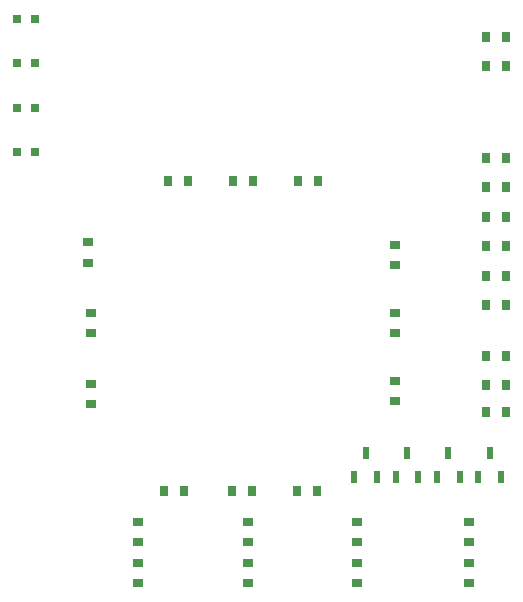
<source format=gtp>
G04*
G04 #@! TF.GenerationSoftware,Altium Limited,Altium Designer,18.1.6 (161)*
G04*
G04 Layer_Color=8421504*
%FSTAX24Y24*%
%MOIN*%
G70*
G01*
G75*
%ADD17R,0.0335X0.0315*%
%ADD18R,0.0236X0.0394*%
%ADD19R,0.0315X0.0335*%
%ADD20R,0.0315X0.0315*%
D17*
X045932Y021998D02*
D03*
Y022667D02*
D03*
X034908Y021998D02*
D03*
Y022667D02*
D03*
X042191Y021998D02*
D03*
Y022667D02*
D03*
X03855Y021998D02*
D03*
Y022667D02*
D03*
X043471Y027352D02*
D03*
Y026683D02*
D03*
Y029616D02*
D03*
Y028947D02*
D03*
Y03188D02*
D03*
Y031211D02*
D03*
X033333Y027254D02*
D03*
Y026585D02*
D03*
Y029616D02*
D03*
Y028947D02*
D03*
X033235Y03197D02*
D03*
Y031301D02*
D03*
X045932Y021289D02*
D03*
Y02062D02*
D03*
X042191Y021289D02*
D03*
Y02062D02*
D03*
X03855Y021289D02*
D03*
Y02062D02*
D03*
X034908Y021289D02*
D03*
Y02062D02*
D03*
D18*
X04662Y024951D02*
D03*
X046994Y024163D02*
D03*
X046246D02*
D03*
X042487Y024951D02*
D03*
X042861Y024163D02*
D03*
X042113D02*
D03*
X043865Y024951D02*
D03*
X044239Y024163D02*
D03*
X043491D02*
D03*
X045243Y024951D02*
D03*
X045617Y024163D02*
D03*
X044868D02*
D03*
D19*
X047152Y029872D02*
D03*
X046483D02*
D03*
X047152Y028199D02*
D03*
X046483D02*
D03*
X047152Y027215D02*
D03*
X046483D02*
D03*
X047152Y026329D02*
D03*
X046483D02*
D03*
X047152Y038829D02*
D03*
X046483D02*
D03*
X047152Y034793D02*
D03*
X046483D02*
D03*
X047152Y037844D02*
D03*
X046483D02*
D03*
X047152Y032825D02*
D03*
X046483D02*
D03*
X047152Y031841D02*
D03*
X046483D02*
D03*
X047152Y030856D02*
D03*
X046483D02*
D03*
X047152Y033809D02*
D03*
X046483D02*
D03*
X035754Y023671D02*
D03*
X036424D02*
D03*
X038018D02*
D03*
X038687D02*
D03*
X040183D02*
D03*
X040853D02*
D03*
X035892Y034006D02*
D03*
X036561D02*
D03*
X038057D02*
D03*
X038727D02*
D03*
X040223D02*
D03*
X040892D02*
D03*
D20*
X031463Y03499D02*
D03*
X030872D02*
D03*
X031463Y036467D02*
D03*
X030872D02*
D03*
X031463Y037943D02*
D03*
X030872D02*
D03*
X031463Y039419D02*
D03*
X030872D02*
D03*
M02*

</source>
